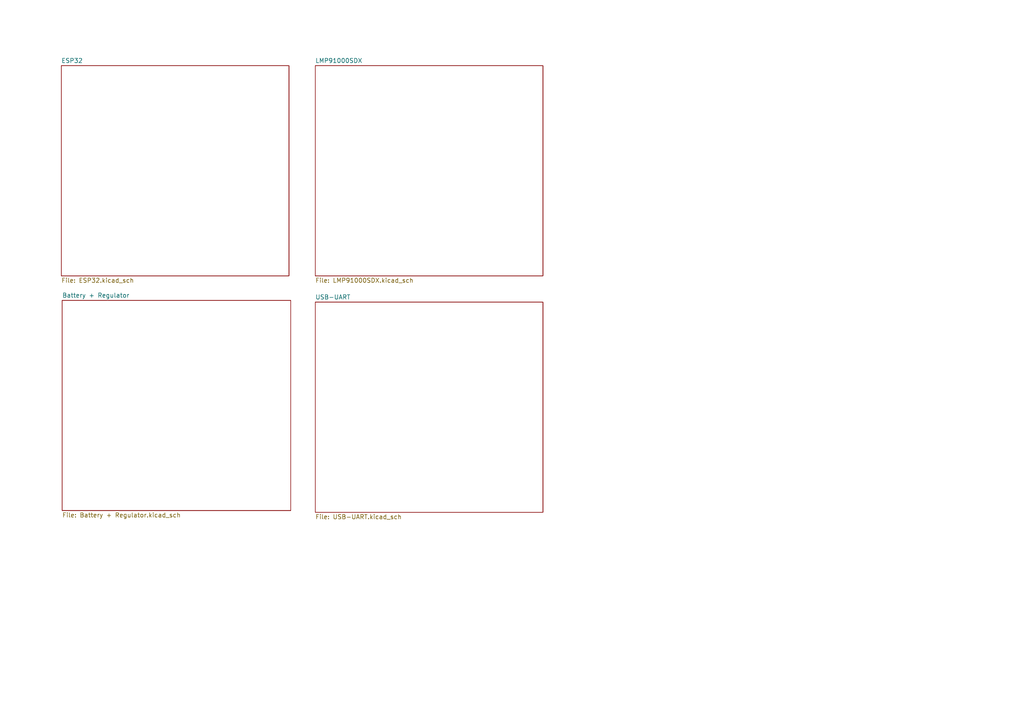
<source format=kicad_sch>
(kicad_sch
	(version 20250114)
	(generator "eeschema")
	(generator_version "9.0")
	(uuid "be108998-ac86-4f7d-931a-841db1905f2a")
	(paper "A4")
	(lib_symbols)
	(sheet
		(at 17.78 19.05)
		(size 66.04 60.96)
		(exclude_from_sim no)
		(in_bom yes)
		(on_board yes)
		(dnp no)
		(fields_autoplaced yes)
		(stroke
			(width 0.1524)
			(type solid)
		)
		(fill
			(color 0 0 0 0.0000)
		)
		(uuid "0ffaa295-7f3b-4787-9ecf-8f018fcb4c6f")
		(property "Sheetname" "ESP32"
			(at 17.78 18.3384 0)
			(effects
				(font
					(size 1.27 1.27)
				)
				(justify left bottom)
			)
		)
		(property "Sheetfile" "ESP32.kicad_sch"
			(at 17.78 80.5946 0)
			(effects
				(font
					(size 1.27 1.27)
				)
				(justify left top)
			)
		)
		(instances
			(project "Potentiostat"
				(path "/be108998-ac86-4f7d-931a-841db1905f2a"
					(page "2")
				)
			)
		)
	)
	(sheet
		(at 91.44 87.63)
		(size 66.04 60.96)
		(exclude_from_sim no)
		(in_bom yes)
		(on_board yes)
		(dnp no)
		(fields_autoplaced yes)
		(stroke
			(width 0.1524)
			(type solid)
		)
		(fill
			(color 0 0 0 0.0000)
		)
		(uuid "47321a56-6407-4c93-8c61-295a55a82b8c")
		(property "Sheetname" "USB-UART"
			(at 91.44 86.9184 0)
			(effects
				(font
					(size 1.27 1.27)
				)
				(justify left bottom)
			)
		)
		(property "Sheetfile" "USB-UART.kicad_sch"
			(at 91.44 149.1746 0)
			(effects
				(font
					(size 1.27 1.27)
				)
				(justify left top)
			)
		)
		(instances
			(project "Potentiostat"
				(path "/be108998-ac86-4f7d-931a-841db1905f2a"
					(page "5")
				)
			)
		)
	)
	(sheet
		(at 91.44 19.05)
		(size 66.04 60.96)
		(exclude_from_sim no)
		(in_bom yes)
		(on_board yes)
		(dnp no)
		(fields_autoplaced yes)
		(stroke
			(width 0.1524)
			(type solid)
		)
		(fill
			(color 0 0 0 0.0000)
		)
		(uuid "62dba8b7-8e77-43af-b2ef-391554dc76c9")
		(property "Sheetname" "LMP91000SDX"
			(at 91.44 18.3384 0)
			(effects
				(font
					(size 1.27 1.27)
				)
				(justify left bottom)
			)
		)
		(property "Sheetfile" "LMP91000SDX.kicad_sch"
			(at 91.44 80.5946 0)
			(effects
				(font
					(size 1.27 1.27)
				)
				(justify left top)
			)
		)
		(instances
			(project "Potentiostat"
				(path "/be108998-ac86-4f7d-931a-841db1905f2a"
					(page "3")
				)
			)
		)
	)
	(sheet
		(at 18.034 87.122)
		(size 66.294 60.96)
		(exclude_from_sim no)
		(in_bom yes)
		(on_board yes)
		(dnp no)
		(fields_autoplaced yes)
		(stroke
			(width 0.1524)
			(type solid)
		)
		(fill
			(color 0 0 0 0.0000)
		)
		(uuid "8ef11fa8-e4e8-447a-8611-1bb7a5b8f483")
		(property "Sheetname" "Battery + Regulator"
			(at 18.034 86.4104 0)
			(effects
				(font
					(size 1.27 1.27)
				)
				(justify left bottom)
			)
		)
		(property "Sheetfile" "Battery + Regulator.kicad_sch"
			(at 18.034 148.6666 0)
			(effects
				(font
					(size 1.27 1.27)
				)
				(justify left top)
			)
		)
		(instances
			(project "Potentiostat"
				(path "/be108998-ac86-4f7d-931a-841db1905f2a"
					(page "4")
				)
			)
		)
	)
	(sheet_instances
		(path "/"
			(page "1")
		)
	)
	(embedded_fonts no)
)

</source>
